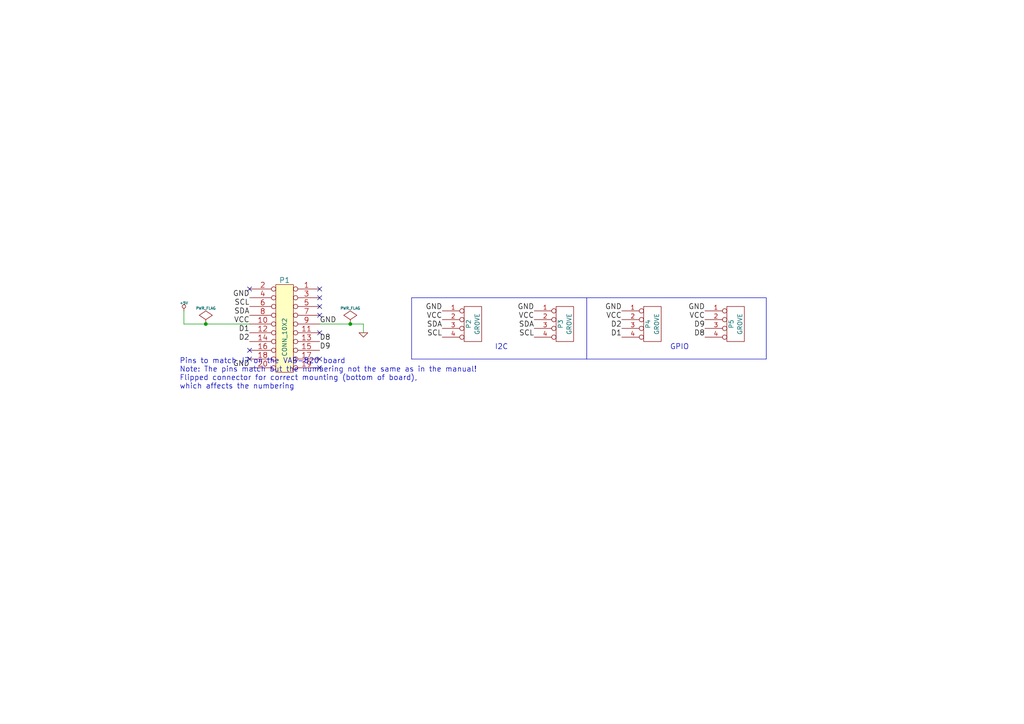
<source format=kicad_sch>
(kicad_sch (version 20230121) (generator eeschema)
  (paper "A4")
  (title_block (title "GroveHat for VIA VAB-820") (date "15 aug 2015") (rev "1") (company "Moonpunch") (comment 1 "CERN Open Hardware License 1.2"))
  (lib_symbols
    (symbol "grovehat-vab820-rescue:+5V" (power) (pin_names (offset 1.016))
      (property "Value" "+5V" (at 0 2.286 0))
      (symbol "+5V_0_0"
        (pin power_in line (at 0 0 90) (length 0) hide (name "+5V") (number "1"))
      )
      (symbol "+5V_0_1"
        (polyline (pts (xy 0 0) (xy 0 0.762) (xy 0 0.762) (xy 0 0.762)))
        (circle (center 0 1.27) (radius 0.508))
      )
    )
    (symbol "grovehat-vab820-rescue:CONN_10X2" (pin_names (offset 0.254) hide)
      (property "Reference" "P" (at 0 13.97 0))
      (property "Value" "CONN_10X2" (at 0 -2.54 90))
      (symbol "CONN_10X2_0_1"
        (rectangle (start -2.54 12.7) (end 2.54 -12.7) (fill (type background)))
      )
      (symbol "CONN_10X2_1_1"
        (pin passive inverted (at -10.16 11.43 0) (length 7.62) (name "P1") (number "1"))
        (pin passive inverted (at 10.16 1.27 180) (length 7.62) (name "P10") (number "10"))
        (pin passive inverted (at -10.16 -1.27 0) (length 7.62) (name "P11") (number "11"))
        (pin passive inverted (at 10.16 -1.27 180) (length 7.62) (name "P12") (number "12"))
        (pin passive inverted (at -10.16 -3.81 0) (length 7.62) (name "P13") (number "13"))
        (pin passive inverted (at 10.16 -3.81 180) (length 7.62) (name "P14") (number "14"))
        (pin passive inverted (at -10.16 -6.35 0) (length 7.62) (name "P15") (number "15"))
        (pin passive inverted (at 10.16 -6.35 180) (length 7.62) (name "P16") (number "16"))
        (pin passive inverted (at -10.16 -8.89 0) (length 7.62) (name "P17") (number "17"))
        (pin passive inverted (at 10.16 -8.89 180) (length 7.62) (name "P18") (number "18"))
        (pin passive inverted (at -10.16 -11.43 0) (length 7.62) (name "P19") (number "19"))
        (pin passive inverted (at 10.16 11.43 180) (length 7.62) (name "P2") (number "2"))
        (pin passive inverted (at 10.16 -11.43 180) (length 7.62) (name "P20") (number "20"))
        (pin passive inverted (at -10.16 8.89 0) (length 7.62) (name "P3") (number "3"))
        (pin passive inverted (at 10.16 8.89 180) (length 7.62) (name "P4") (number "4"))
        (pin passive inverted (at -10.16 6.35 0) (length 7.62) (name "P5") (number "5"))
        (pin passive inverted (at 10.16 6.35 180) (length 7.62) (name "P6") (number "6"))
        (pin passive inverted (at -10.16 3.81 0) (length 7.62) (name "P7") (number "7"))
        (pin passive inverted (at 10.16 3.81 180) (length 7.62) (name "P8") (number "8"))
        (pin passive inverted (at -10.16 1.27 0) (length 7.62) (name "P9") (number "9"))
      )
    )
    (symbol "grovehat-vab820-rescue:CONN_4" (pin_names (offset 1.016) hide)
      (property "Reference" "P" (at -1.27 0 90))
      (property "Value" "CONN_4" (at 1.27 0 90))
      (symbol "CONN_4_0_1"
        (rectangle (start -2.54 5.08) (end 2.54 -5.08))
      )
      (symbol "CONN_4_1_1"
        (pin passive inverted (at -8.89 3.81 0) (length 6.35) (name "P1") (number "1"))
        (pin passive inverted (at -8.89 1.27 0) (length 6.35) (name "P2") (number "2"))
        (pin passive inverted (at -8.89 -1.27 0) (length 6.35) (name "P3") (number "3"))
        (pin passive inverted (at -8.89 -3.81 0) (length 6.35) (name "P4") (number "4"))
      )
    )
    (symbol "grovehat-vab820-rescue:GND" (power) (pin_names (offset 0))
      (symbol "GND_0_1"
        (polyline (pts (xy -1.27 0) (xy 0 -1.27) (xy 1.27 0) (xy -1.27 0)))
      )
      (symbol "GND_1_1"
        (pin power_in line (at 0 0 90) (length 0) hide (name "GND") (number "1"))
      )
    )
    (symbol "grovehat-vab820-rescue:PWR_FLAG" (power) (pin_numbers hide) (pin_names (offset 0) hide)
      (property "Value" "PWR_FLAG" (at 0 4.572 0))
      (symbol "PWR_FLAG_0_0"
        (pin power_out line (at 0 0 90) (length 0) (name "pwr") (number "1"))
      )
      (symbol "PWR_FLAG_0_1"
        (polyline (pts (xy 0 0) (xy 0 1.27) (xy -1.905 2.54) (xy 0 3.81) (xy 1.905 2.54) (xy 0 1.27)))
      )
    )
  )
  (junction (at 59.69 93.98))
  (junction (at 101.6 93.98))
  (no_connect (at 92.71 83.82))
  (no_connect (at 92.71 86.36))
  (no_connect (at 72.39 104.14))
  (no_connect (at 92.71 96.52))
  (no_connect (at 72.39 101.6))
  (no_connect (at 72.39 83.82))
  (no_connect (at 92.71 88.9))
  (no_connect (at 92.71 91.44))
  (no_connect (at 92.71 106.68))
  (no_connect (at 92.71 104.14))
  (wire (pts (xy 53.34 93.98) (xy 59.69 93.98)))
  (wire (pts (xy 105.41 93.98) (xy 105.41 96.52)))
  (polyline (pts (xy 119.38 104.14) (xy 119.38 86.36)))
  (wire (pts (xy 92.71 93.98) (xy 101.6 93.98)))
  (wire (pts (xy 59.69 93.98) (xy 72.39 93.98)))
  (polyline (pts (xy 119.38 86.36) (xy 222.25 86.36)))
  (polyline (pts (xy 170.18 86.36) (xy 170.18 104.14)))
  (polyline (pts (xy 119.38 104.14) (xy 222.25 104.14)))
  (wire (pts (xy 101.6 93.98) (xy 105.41 93.98)))
  (polyline (pts (xy 222.25 104.14) (xy 222.25 86.36)))
  (wire (pts (xy 53.34 90.17) (xy 53.34 93.98)))
  (text "Pins to match J7 on the VAB-820 board\nNote: The pins match but the numbering not the same as in the manual!\nFlipped connector for correct mounting (bottom of board),\nwhich affects the numbering" (at 52.07 113.03 0) (effects (font (size 1.524 1.524)) (justify left bottom)))
  (text "I2C" (at 143.51 101.6 0) (effects (font (size 1.524 1.524)) (justify left bottom)))
  (text "GPIO" (at 194.31 101.6 0) (effects (font (size 1.524 1.524)) (justify left bottom)))
  (label "VCC" (at 204.47 92.71 180) (effects (font (size 1.524 1.524))))
  (label "SCL" (at 128.27 97.79 180) (effects (font (size 1.524 1.524))))
  (label "GND" (at 72.39 86.36 180) (effects (font (size 1.524 1.524))))
  (label "D9" (at 92.71 101.6 0) (effects (font (size 1.524 1.524))))
  (label "SCL" (at 72.39 88.9 180) (effects (font (size 1.524 1.524))))
  (label "SDA" (at 72.39 91.44 180) (effects (font (size 1.524 1.524))))
  (label "D2" (at 72.39 99.06 180) (effects (font (size 1.524 1.524))))
  (label "SDA" (at 154.94 95.25 180) (effects (font (size 1.524 1.524))))
  (label "D8" (at 92.71 99.06 0) (effects (font (size 1.524 1.524))))
  (label "D9" (at 204.47 95.25 180) (effects (font (size 1.524 1.524))))
  (label "VCC" (at 154.94 92.71 180) (effects (font (size 1.524 1.524))))
  (label "D2" (at 180.34 95.25 180) (effects (font (size 1.524 1.524))))
  (label "SDA" (at 128.27 95.25 180) (effects (font (size 1.524 1.524))))
  (label "SCL" (at 154.94 97.79 180) (effects (font (size 1.524 1.524))))
  (label "GND" (at 92.71 93.98 0) (effects (font (size 1.524 1.524))))
  (label "GND" (at 154.94 90.17 180) (effects (font (size 1.524 1.524))))
  (label "VCC" (at 180.34 92.71 180) (effects (font (size 1.524 1.524))))
  (label "GND" (at 180.34 90.17 180) (effects (font (size 1.524 1.524))))
  (label "VCC" (at 128.27 92.71 180) (effects (font (size 1.524 1.524))))
  (label "VCC" (at 72.39 93.98 180) (effects (font (size 1.524 1.524))))
  (label "D1" (at 180.34 97.79 180) (effects (font (size 1.524 1.524))))
  (label "D1" (at 72.39 96.52 180) (effects (font (size 1.524 1.524))))
  (label "GND" (at 128.27 90.17 180) (effects (font (size 1.524 1.524))))
  (label "D8" (at 204.47 97.79 180) (effects (font (size 1.524 1.524))))
  (label "GND" (at 72.39 106.68 180) (effects (font (size 1.524 1.524))))
  (label "GND" (at 204.47 90.17 180) (effects (font (size 1.524 1.524))))
  (symbol (lib_id "grovehat-vab820-rescue:CONN_10X2") (at 82.55 95.25 0) (mirror y) (unit 1)
    (property "Reference" "P1" (at 82.55 81.28 0) (effects (font (size 1.524 1.524))))
    (property "Value" "CONN_10X2" (at 82.55 97.79 90))
    (property "Footprint" "pin_array_2mm_10x2" (effects hide))
    (property "Datasheet" "http://www.mouser.com/ds/2/1/TS2155-68321.pdf" (effects hide))
    (property "MFN" "3M" (effects hide))
    (property "MFPN" "950420-6102-AR" (effects hide))
    (property "S1PN" "517-950420-6102-AR" (effects hide))
    (property "S1L" "http://www.mouser.tw/ProductDetail/3M-Electronic-Solutions-Division/950420-6102-AR/" (effects hide))
  )
  (symbol (lib_id "grovehat-vab820-rescue:CONN_4") (at 137.16 93.98 0) (unit 1)
    (property "Reference" "P2" (at 135.89 93.98 90))
    (property "Value" "GROVE" (at 138.43 93.98 90))
    (property "Footprint" "TWIG_2.0" (effects hide))
    (property "Datasheet" "http://www.seeedstudio.com/depot/images/opl/datasheet/3470130P1.pdf" (effects hide))
    (property "MFN" "Taifeng" (effects hide))
    (property "MFPN" "1125S-4P" (effects hide))
    (property "S1PN" "320110033" (effects hide))
    (property "S1PL" "http://www.seeedstudio.com/depot/index.php?main_page=opl_info&opl_id=4" (effects hide))
  )
  (symbol (lib_id "grovehat-vab820-rescue:CONN_4") (at 163.83 93.98 0) (unit 1)
    (property "Reference" "P3" (at 162.56 93.98 90))
    (property "Value" "GROVE" (at 165.1 93.98 90))
    (property "Footprint" "TWIG_2.0" (effects hide))
    (property "Datasheet" "http://www.seeedstudio.com/depot/images/opl/datasheet/3470130P1.pdf" (effects hide))
    (property "MFN" "Taifeng" (effects hide))
    (property "MFPN" "1125S-4P" (effects hide))
    (property "S1PN" "320110033" (effects hide))
    (property "S1PL" "http://www.seeedstudio.com/depot/index.php?main_page=opl_info&opl_id=4" (effects hide))
  )
  (symbol (lib_id "grovehat-vab820-rescue:CONN_4") (at 189.23 93.98 0) (unit 1)
    (property "Reference" "P4" (at 187.96 93.98 90))
    (property "Value" "GROVE" (at 190.5 93.98 90))
    (property "Footprint" "TWIG_2.0" (effects hide))
    (property "Datasheet" "http://www.seeedstudio.com/depot/images/opl/datasheet/3470130P1.pdf" (effects hide))
    (property "MFN" "Taifeng" (effects hide))
    (property "MFPN" "1125S-4P" (effects hide))
    (property "S1PN" "320110033" (effects hide))
    (property "S1PL" "http://www.seeedstudio.com/depot/index.php?main_page=opl_info&opl_id=4" (effects hide))
  )
  (symbol (lib_id "grovehat-vab820-rescue:CONN_4") (at 213.36 93.98 0) (unit 1)
    (property "Reference" "P5" (at 212.09 93.98 90))
    (property "Value" "GROVE" (at 214.63 93.98 90))
    (property "Footprint" "TWIG_2.0" (effects hide))
    (property "Datasheet" "http://www.seeedstudio.com/depot/images/opl/datasheet/3470130P1.pdf" (effects hide))
    (property "MFN" "Taifeng" (effects hide))
    (property "MFPN" "1125S-4P" (effects hide))
    (property "S1PN" "320110033" (effects hide))
    (property "S1PL" "http://www.seeedstudio.com/depot/index.php?main_page=opl_info&opl_id=4" (effects hide))
  )
  (symbol (lib_id "grovehat-vab820-rescue:GND") (at 105.41 96.52 0) (unit 1)
    (property "Reference" "#PWR01" (effects hide))
    (property "Value" "GND" (effects hide))
  )
  (symbol (lib_id "grovehat-vab820-rescue:+5V") (at 53.34 90.17 0) (unit 1)
    (property "Reference" "#PWR02" (effects hide))
    (property "Value" "+5V" (at 53.34 87.884 0) (effects (font (size 0.762 0.762))))
  )
  (symbol (lib_id "grovehat-vab820-rescue:PWR_FLAG") (at 59.69 93.98 0) (unit 1)
    (property "Reference" "#FLG03" (effects hide))
    (property "Value" "PWR_FLAG" (at 59.69 89.408 0) (effects (font (size 0.762 0.762))))
  )
  (symbol (lib_id "grovehat-vab820-rescue:PWR_FLAG") (at 101.6 93.98 0) (unit 1)
    (property "Reference" "#FLG04" (effects hide))
    (property "Value" "PWR_FLAG" (at 101.6 89.408 0) (effects (font (size 0.762 0.762))))
  )
)
</source>
